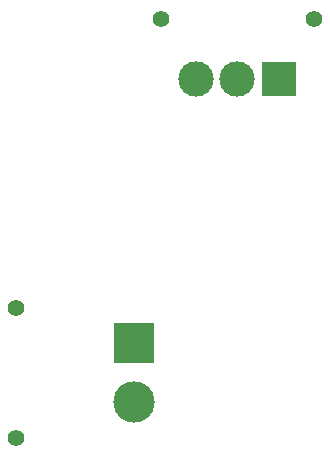
<source format=gbr>
%TF.GenerationSoftware,KiCad,Pcbnew,8.0.3+1*%
%TF.CreationDate,2024-07-16T14:56:19+00:00*%
%TF.ProjectId,TFESC02,54464553-4330-4322-9e6b-696361645f70,rev?*%
%TF.SameCoordinates,Original*%
%TF.FileFunction,Soldermask,Bot*%
%TF.FilePolarity,Negative*%
%FSLAX46Y46*%
G04 Gerber Fmt 4.6, Leading zero omitted, Abs format (unit mm)*
G04 Created by KiCad (PCBNEW 8.0.3+1) date 2024-07-16 14:56:19*
%MOMM*%
%LPD*%
G01*
G04 APERTURE LIST*
%ADD10C,1.400000*%
%ADD11R,3.000000X3.000000*%
%ADD12C,3.000000*%
%ADD13R,3.500000X3.500000*%
%ADD14C,3.500000*%
G04 APERTURE END LIST*
D10*
%TO.C,J5*%
X139000000Y-107100000D03*
X152000000Y-107100000D03*
D11*
X149000000Y-112100000D03*
D12*
X145500000Y-112100000D03*
X142000000Y-112100000D03*
%TD*%
D10*
%TO.C,J3*%
X126775000Y-142525000D03*
X126775000Y-131525000D03*
D13*
X136775000Y-134525000D03*
D14*
X136775000Y-139525000D03*
%TD*%
M02*

</source>
